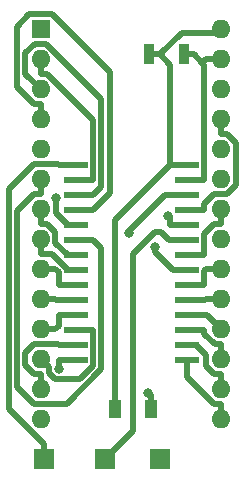
<source format=gbr>
%TF.GenerationSoftware,KiCad,Pcbnew,(5.1.9)-1*%
%TF.CreationDate,2021-05-11T14:20:08+02:00*%
%TF.ProjectId,ZX81 Intern 16K,5a583831-2049-46e7-9465-726e2031364b,rev?*%
%TF.SameCoordinates,Original*%
%TF.FileFunction,Copper,L1,Top*%
%TF.FilePolarity,Positive*%
%FSLAX46Y46*%
G04 Gerber Fmt 4.6, Leading zero omitted, Abs format (unit mm)*
G04 Created by KiCad (PCBNEW (5.1.9)-1) date 2021-05-11 14:20:08*
%MOMM*%
%LPD*%
G01*
G04 APERTURE LIST*
%TA.AperFunction,ComponentPad*%
%ADD10R,1.600000X1.600000*%
%TD*%
%TA.AperFunction,ComponentPad*%
%ADD11O,1.600000X1.600000*%
%TD*%
%TA.AperFunction,SMDPad,CuDef*%
%ADD12R,1.000000X1.600000*%
%TD*%
%TA.AperFunction,ComponentPad*%
%ADD13R,1.700000X1.700000*%
%TD*%
%TA.AperFunction,SMDPad,CuDef*%
%ADD14R,0.900000X1.700000*%
%TD*%
%TA.AperFunction,SMDPad,CuDef*%
%ADD15R,2.000000X0.600000*%
%TD*%
%TA.AperFunction,ViaPad*%
%ADD16C,0.800000*%
%TD*%
%TA.AperFunction,Conductor*%
%ADD17C,0.500000*%
%TD*%
G04 APERTURE END LIST*
D10*
%TO.P,REF\u002A\u002A,1*%
%TO.N,N/C*%
X110795000Y-71602600D03*
D11*
%TO.P,REF\u002A\u002A,15*%
%TO.N,Net-(U1-Pad15)*%
X126035000Y-104622600D03*
%TO.P,REF\u002A\u002A,2*%
%TO.N,Net-(U1-Pad2)*%
X110795000Y-74142600D03*
%TO.P,REF\u002A\u002A,16*%
%TO.N,Net-(U1-Pad16)*%
X126035000Y-102082600D03*
%TO.P,REF\u002A\u002A,3*%
%TO.N,Net-(U1-Pad3)*%
X110795000Y-76682600D03*
%TO.P,REF\u002A\u002A,17*%
%TO.N,Net-(U1-Pad17)*%
X126035000Y-99542600D03*
%TO.P,REF\u002A\u002A,4*%
%TO.N,Net-(U1-Pad4)*%
X110795000Y-79222600D03*
%TO.P,REF\u002A\u002A,18*%
%TO.N,Net-(U1-Pad18)*%
X126035000Y-97002600D03*
%TO.P,REF\u002A\u002A,5*%
%TO.N,Net-(U1-Pad5)*%
X110795000Y-81762600D03*
%TO.P,REF\u002A\u002A,19*%
%TO.N,Net-(U1-Pad19)*%
X126035000Y-94462600D03*
%TO.P,REF\u002A\u002A,6*%
%TO.N,Net-(U1-Pad6)*%
X110795000Y-84302600D03*
%TO.P,REF\u002A\u002A,20*%
%TO.N,Net-(U1-Pad20)*%
X126035000Y-91922600D03*
%TO.P,REF\u002A\u002A,7*%
%TO.N,Net-(U1-Pad7)*%
X110795000Y-86842600D03*
%TO.P,REF\u002A\u002A,21*%
%TO.N,Net-(U1-Pad21)*%
X126035000Y-89382600D03*
%TO.P,REF\u002A\u002A,8*%
%TO.N,Net-(U1-Pad8)*%
X110795000Y-89382600D03*
%TO.P,REF\u002A\u002A,22*%
%TO.N,Net-(U1-Pad22)*%
X126035000Y-86842600D03*
%TO.P,REF\u002A\u002A,9*%
%TO.N,Net-(U1-Pad9)*%
X110795000Y-91922600D03*
%TO.P,REF\u002A\u002A,23*%
%TO.N,N/C*%
X126035000Y-84302600D03*
%TO.P,REF\u002A\u002A,10*%
%TO.N,Net-(U1-Pad10)*%
X110795000Y-94462600D03*
%TO.P,REF\u002A\u002A,24*%
%TO.N,Net-(U1-Pad24)*%
X126035000Y-81762600D03*
%TO.P,REF\u002A\u002A,11*%
%TO.N,Net-(U1-Pad11)*%
X110795000Y-97002600D03*
%TO.P,REF\u002A\u002A,25*%
%TO.N,Net-(U1-Pad25)*%
X126035000Y-79222600D03*
%TO.P,REF\u002A\u002A,12*%
%TO.N,Net-(U1-Pad12)*%
X110795000Y-99542600D03*
%TO.P,REF\u002A\u002A,26*%
%TO.N,N/C*%
X126035000Y-76682600D03*
%TO.P,REF\u002A\u002A,13*%
%TO.N,Net-(U1-Pad13)*%
X110795000Y-102082600D03*
%TO.P,REF\u002A\u002A,27*%
%TO.N,Net-(R1-Pad2)*%
X126035000Y-74142600D03*
%TO.P,REF\u002A\u002A,14*%
%TO.N,GND*%
X110795000Y-104622600D03*
%TO.P,REF\u002A\u002A,28*%
%TO.N,+5V*%
X126035000Y-71602600D03*
%TD*%
D12*
%TO.P,C1,2*%
%TO.N,GND*%
X120093000Y-103810000D03*
%TO.P,C1,1*%
%TO.N,+5V*%
X117093000Y-103810000D03*
%TD*%
D13*
%TO.P,J1,1*%
%TO.N,Net-(J1-Pad1)*%
X111100000Y-108052000D03*
%TD*%
%TO.P,J2,1*%
%TO.N,Net-(J2-Pad1)*%
X120870000Y-108052000D03*
%TD*%
%TO.P,J3,1*%
%TO.N,Net-(J3-Pad1)*%
X116210000Y-108052000D03*
%TD*%
D14*
%TO.P,R1,2*%
%TO.N,Net-(R1-Pad2)*%
X122887000Y-73761600D03*
%TO.P,R1,1*%
%TO.N,+5V*%
X119987000Y-73761600D03*
%TD*%
D15*
%TO.P,U1,28*%
%TO.N,+5V*%
X123191000Y-83108800D03*
%TO.P,U1,27*%
%TO.N,Net-(R1-Pad2)*%
X123191000Y-84378800D03*
%TO.P,U1,26*%
%TO.N,Net-(J2-Pad1)*%
X123191000Y-85648800D03*
%TO.P,U1,25*%
%TO.N,Net-(U1-Pad25)*%
X123191000Y-86918800D03*
%TO.P,U1,24*%
%TO.N,Net-(U1-Pad24)*%
X123191000Y-88188800D03*
%TO.P,U1,23*%
%TO.N,Net-(J3-Pad1)*%
X123191000Y-89458800D03*
%TO.P,U1,22*%
%TO.N,Net-(U1-Pad22)*%
X123191000Y-90728800D03*
%TO.P,U1,21*%
%TO.N,Net-(U1-Pad21)*%
X123191000Y-91998800D03*
%TO.P,U1,20*%
%TO.N,Net-(U1-Pad20)*%
X123191000Y-93268800D03*
%TO.P,U1,19*%
%TO.N,Net-(U1-Pad19)*%
X123191000Y-94538800D03*
%TO.P,U1,18*%
%TO.N,Net-(U1-Pad18)*%
X123191000Y-95808800D03*
%TO.P,U1,17*%
%TO.N,Net-(U1-Pad17)*%
X123191000Y-97078800D03*
%TO.P,U1,16*%
%TO.N,Net-(U1-Pad16)*%
X123191000Y-98348800D03*
%TO.P,U1,15*%
%TO.N,Net-(U1-Pad15)*%
X123191000Y-99618800D03*
%TO.P,U1,14*%
%TO.N,GND*%
X113791000Y-99618800D03*
%TO.P,U1,13*%
%TO.N,Net-(U1-Pad13)*%
X113791000Y-98348800D03*
%TO.P,U1,12*%
%TO.N,Net-(U1-Pad12)*%
X113791000Y-97078800D03*
%TO.P,U1,11*%
%TO.N,Net-(U1-Pad11)*%
X113791000Y-95808800D03*
%TO.P,U1,10*%
%TO.N,Net-(U1-Pad10)*%
X113791000Y-94538800D03*
%TO.P,U1,9*%
%TO.N,Net-(U1-Pad9)*%
X113791000Y-93268800D03*
%TO.P,U1,8*%
%TO.N,Net-(U1-Pad8)*%
X113791000Y-91998800D03*
%TO.P,U1,7*%
%TO.N,Net-(U1-Pad7)*%
X113791000Y-90728800D03*
%TO.P,U1,6*%
%TO.N,Net-(U1-Pad6)*%
X113791000Y-89458800D03*
%TO.P,U1,5*%
%TO.N,Net-(U1-Pad5)*%
X113791000Y-88188800D03*
%TO.P,U1,4*%
%TO.N,Net-(U1-Pad4)*%
X113791000Y-86918800D03*
%TO.P,U1,3*%
%TO.N,Net-(U1-Pad3)*%
X113791000Y-85648800D03*
%TO.P,U1,2*%
%TO.N,Net-(U1-Pad2)*%
X113791000Y-84378800D03*
%TO.P,U1,1*%
%TO.N,Net-(J1-Pad1)*%
X113791000Y-83108800D03*
%TD*%
D16*
%TO.N,GND*%
X119862500Y-102396000D03*
X112345700Y-100390900D03*
%TO.N,Net-(J2-Pad1)*%
X118260000Y-88880000D03*
%TO.N,Net-(U1-Pad24)*%
X121563900Y-87466100D03*
%TO.N,Net-(U1-Pad5)*%
X112118400Y-85875800D03*
%TO.N,Net-(U1-Pad21)*%
X120480000Y-90040000D03*
%TD*%
D17*
%TO.N,GND*%
X120093000Y-102559700D02*
X120026200Y-102559700D01*
X120026200Y-102559700D02*
X119862500Y-102396000D01*
X120093000Y-103810000D02*
X120093000Y-102559700D01*
X112340700Y-99618800D02*
X112340700Y-100385900D01*
X112340700Y-100385900D02*
X112345700Y-100390900D01*
X113791000Y-99618800D02*
X112340700Y-99618800D01*
%TO.N,+5V*%
X121740700Y-83108800D02*
X117093000Y-87756500D01*
X117093000Y-87756500D02*
X117093000Y-103810000D01*
X121915800Y-83108800D02*
X121740700Y-83108800D01*
X123191000Y-83108800D02*
X121915800Y-83108800D01*
X121740700Y-83108800D02*
X121740700Y-74615000D01*
X121740700Y-74615000D02*
X120887300Y-73761600D01*
X119987000Y-73761600D02*
X120887300Y-73761600D01*
X126035000Y-71915100D02*
X122733800Y-71915100D01*
X122733800Y-71915100D02*
X120887300Y-73761600D01*
X126035000Y-71602600D02*
X126035000Y-71915100D01*
%TO.N,Net-(J1-Pad1)*%
X113791000Y-83108800D02*
X112340700Y-83108800D01*
X112340700Y-83108800D02*
X112284000Y-83052100D01*
X112284000Y-83052100D02*
X110221600Y-83052100D01*
X110221600Y-83052100D02*
X108094300Y-85179400D01*
X108094300Y-85179400D02*
X108094300Y-103746000D01*
X108094300Y-103746000D02*
X111100000Y-106751700D01*
X111100000Y-108052000D02*
X111100000Y-106751700D01*
%TO.N,Net-(J2-Pad1)*%
X123191000Y-85648800D02*
X121301200Y-85648800D01*
X118260000Y-88690000D02*
X118260000Y-88880000D01*
X121301200Y-85648800D02*
X118260000Y-88690000D01*
%TO.N,Net-(J3-Pad1)*%
X121691000Y-89458800D02*
X120992200Y-88760000D01*
X123191000Y-89458800D02*
X121691000Y-89458800D01*
X120501998Y-88760000D02*
X118620000Y-90641998D01*
X120992200Y-88760000D02*
X120501998Y-88760000D01*
X118620000Y-105642000D02*
X116210000Y-108052000D01*
X118620000Y-90641998D02*
X118620000Y-105642000D01*
%TO.N,Net-(R1-Pad2)*%
X124476500Y-74450800D02*
X123787300Y-73761600D01*
X124641300Y-84378800D02*
X124641300Y-74615600D01*
X124641300Y-74615600D02*
X124476500Y-74450800D01*
X124476500Y-74450800D02*
X124784700Y-74142600D01*
X126035000Y-74142600D02*
X124784700Y-74142600D01*
X122887000Y-73761600D02*
X123787300Y-73761600D01*
X123191000Y-84378800D02*
X124641300Y-84378800D01*
%TO.N,Net-(U1-Pad25)*%
X126035000Y-79222600D02*
X126035000Y-80472900D01*
X123191000Y-86918800D02*
X124641300Y-86918800D01*
X124641300Y-86918800D02*
X124641300Y-86436100D01*
X124641300Y-86436100D02*
X125504800Y-85572600D01*
X125504800Y-85572600D02*
X126593600Y-85572600D01*
X126593600Y-85572600D02*
X127324600Y-84841600D01*
X127324600Y-84841600D02*
X127324600Y-81218600D01*
X127324600Y-81218600D02*
X126578900Y-80472900D01*
X126578900Y-80472900D02*
X126035000Y-80472900D01*
%TO.N,Net-(U1-Pad24)*%
X123191000Y-88188800D02*
X121740700Y-88188800D01*
X121740700Y-88188800D02*
X121740700Y-87642900D01*
X121740700Y-87642900D02*
X121563900Y-87466100D01*
%TO.N,Net-(U1-Pad22)*%
X126035000Y-86842600D02*
X126035000Y-88092900D01*
X123191000Y-90728800D02*
X124641300Y-90728800D01*
X124641300Y-90728800D02*
X124641300Y-88942700D01*
X124641300Y-88942700D02*
X125491100Y-88092900D01*
X125491100Y-88092900D02*
X126035000Y-88092900D01*
%TO.N,Net-(U1-Pad20)*%
X123191000Y-93268800D02*
X124641300Y-93268800D01*
X126035000Y-91922600D02*
X124784700Y-91922600D01*
X124641300Y-93268800D02*
X124641300Y-92066000D01*
X124641300Y-92066000D02*
X124784700Y-91922600D01*
%TO.N,Net-(U1-Pad19)*%
X126035000Y-94462600D02*
X124784700Y-94462600D01*
X123191000Y-94538800D02*
X124708500Y-94538800D01*
X124708500Y-94538800D02*
X124784700Y-94462600D01*
%TO.N,Net-(U1-Pad18)*%
X123191000Y-95808800D02*
X124841200Y-95808800D01*
X124841200Y-95808800D02*
X126035000Y-97002600D01*
%TO.N,Net-(U1-Pad17)*%
X126035000Y-99542600D02*
X126035000Y-98292300D01*
X123191000Y-97078800D02*
X124641300Y-97078800D01*
X124641300Y-97078800D02*
X124641300Y-97409900D01*
X124641300Y-97409900D02*
X125523700Y-98292300D01*
X125523700Y-98292300D02*
X126035000Y-98292300D01*
%TO.N,Net-(U1-Pad16)*%
X126035000Y-102082600D02*
X126035000Y-100832300D01*
X126035000Y-100832300D02*
X125487900Y-100832300D01*
X125487900Y-100832300D02*
X124784700Y-100129100D01*
X124784700Y-100129100D02*
X124784700Y-99230700D01*
X124784700Y-99230700D02*
X123902800Y-98348800D01*
X123902800Y-98348800D02*
X123191000Y-98348800D01*
%TO.N,Net-(U1-Pad15)*%
X126035000Y-104622600D02*
X126035000Y-103372300D01*
X123191000Y-99618800D02*
X123191000Y-101072200D01*
X123191000Y-101072200D02*
X125491100Y-103372300D01*
X125491100Y-103372300D02*
X126035000Y-103372300D01*
%TO.N,Net-(U1-Pad13)*%
X110795000Y-102082600D02*
X110795000Y-100832300D01*
X113791000Y-98348800D02*
X112340700Y-98348800D01*
X112340700Y-98348800D02*
X112264500Y-98272600D01*
X112264500Y-98272600D02*
X110262400Y-98272600D01*
X110262400Y-98272600D02*
X109505400Y-99029600D01*
X109505400Y-99029600D02*
X109505400Y-100086600D01*
X109505400Y-100086600D02*
X110251100Y-100832300D01*
X110251100Y-100832300D02*
X110795000Y-100832300D01*
%TO.N,Net-(U1-Pad12)*%
X115241300Y-97078800D02*
X115241300Y-100123400D01*
X115241300Y-100123400D02*
X114123300Y-101241400D01*
X114123300Y-101241400D02*
X111989700Y-101241400D01*
X111989700Y-101241400D02*
X111495300Y-100747000D01*
X111495300Y-100747000D02*
X111495300Y-100242900D01*
X111495300Y-100242900D02*
X110795000Y-99542600D01*
X113791000Y-97078800D02*
X115241300Y-97078800D01*
%TO.N,Net-(U1-Pad11)*%
X113791000Y-95808800D02*
X112340700Y-95808800D01*
X110795000Y-97002600D02*
X112045300Y-97002600D01*
X112340700Y-95808800D02*
X112340700Y-96707200D01*
X112340700Y-96707200D02*
X112045300Y-97002600D01*
%TO.N,Net-(U1-Pad10)*%
X110795000Y-94462600D02*
X112045300Y-94462600D01*
X113791000Y-94538800D02*
X112121500Y-94538800D01*
X112121500Y-94538800D02*
X112045300Y-94462600D01*
%TO.N,Net-(U1-Pad9)*%
X113791000Y-93268800D02*
X112340700Y-93268800D01*
X110795000Y-91922600D02*
X112045300Y-91922600D01*
X112340700Y-93268800D02*
X112340700Y-92218000D01*
X112340700Y-92218000D02*
X112045300Y-91922600D01*
%TO.N,Net-(U1-Pad8)*%
X110795000Y-89382600D02*
X110795000Y-90632900D01*
X110795000Y-90632900D02*
X111746100Y-90632900D01*
X111746100Y-90632900D02*
X113112000Y-91998800D01*
X113112000Y-91998800D02*
X113791000Y-91998800D01*
%TO.N,Net-(U1-Pad7)*%
X110795000Y-86842600D02*
X110795000Y-88092900D01*
X110795000Y-88092900D02*
X111342100Y-88092900D01*
X111342100Y-88092900D02*
X112045300Y-88796100D01*
X112045300Y-88796100D02*
X112045300Y-89702000D01*
X112045300Y-89702000D02*
X113072100Y-90728800D01*
X113072100Y-90728800D02*
X113791000Y-90728800D01*
%TO.N,Net-(U1-Pad6)*%
X110795000Y-84302600D02*
X110795000Y-85552900D01*
X113791000Y-89458800D02*
X115241300Y-89458800D01*
X115241300Y-89458800D02*
X115942100Y-90159600D01*
X115942100Y-90159600D02*
X115942100Y-100419800D01*
X115942100Y-100419800D02*
X113009300Y-103352600D01*
X113009300Y-103352600D02*
X110249700Y-103352600D01*
X110249700Y-103352600D02*
X108794600Y-101897500D01*
X108794600Y-101897500D02*
X108794600Y-87009400D01*
X108794600Y-87009400D02*
X110251100Y-85552900D01*
X110251100Y-85552900D02*
X110795000Y-85552900D01*
%TO.N,Net-(U1-Pad5)*%
X113791000Y-88188800D02*
X113109800Y-88188800D01*
X113109800Y-88188800D02*
X112118400Y-87197400D01*
X112118400Y-87197400D02*
X112118400Y-85875800D01*
%TO.N,Net-(U1-Pad4)*%
X110795000Y-79222600D02*
X110795000Y-77972300D01*
X113791000Y-86918800D02*
X115241300Y-86918800D01*
X115241300Y-86918800D02*
X116652400Y-85507700D01*
X116652400Y-85507700D02*
X116652400Y-75218700D01*
X116652400Y-75218700D02*
X111785900Y-70352200D01*
X111785900Y-70352200D02*
X109805000Y-70352200D01*
X109805000Y-70352200D02*
X108756100Y-71401100D01*
X108756100Y-71401100D02*
X108756100Y-76477300D01*
X108756100Y-76477300D02*
X110251100Y-77972300D01*
X110251100Y-77972300D02*
X110795000Y-77972300D01*
%TO.N,Net-(U1-Pad3)*%
X113791000Y-85648800D02*
X115241300Y-85648800D01*
X115241300Y-85648800D02*
X115941600Y-84948500D01*
X115941600Y-84948500D02*
X115941600Y-77520400D01*
X115941600Y-77520400D02*
X111274200Y-72853000D01*
X111274200Y-72853000D02*
X110311400Y-72853000D01*
X110311400Y-72853000D02*
X109505400Y-73659000D01*
X109505400Y-73659000D02*
X109505400Y-75393000D01*
X109505400Y-75393000D02*
X110795000Y-76682600D01*
%TO.N,Net-(U1-Pad2)*%
X110795000Y-74142600D02*
X110795000Y-75392900D01*
X113791000Y-84378800D02*
X115241300Y-84378800D01*
X115241300Y-84378800D02*
X115241300Y-79295300D01*
X115241300Y-79295300D02*
X111338900Y-75392900D01*
X111338900Y-75392900D02*
X110795000Y-75392900D01*
%TO.N,Net-(U1-Pad21)*%
X123191000Y-91998800D02*
X121978800Y-91998800D01*
X120480000Y-90500000D02*
X120480000Y-90040000D01*
X121978800Y-91998800D02*
X120480000Y-90500000D01*
%TD*%
M02*

</source>
